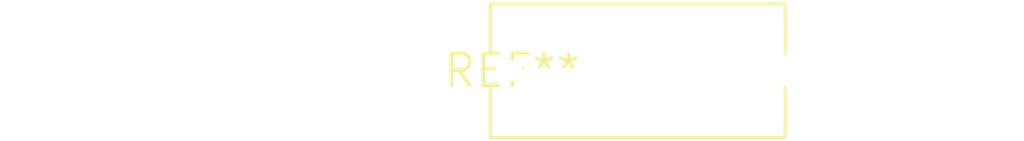
<source format=kicad_pcb>
(kicad_pcb (version 20240108) (generator pcbnew)
  (layers (0 "F.Cu" signal) (31 "B.Cu" signal) (34 "B.Paste" user) (35 "F.Paste" user) (36 "B.SilkS" user "B.Silkscreen") (37 "F.SilkS" user "F.Silkscreen") (38 "B.Mask" user) (39 "F.Mask" user) (44 "Edge.Cuts" user))
  (net 0 "")
  (footprint "C_Rect_L11.5mm_W5.1mm_P10.00mm_MKT" (layer "F.Cu") (at 0 0)
    (property "Reference" "REF**")
    (property "Value" "C_Rect_L11.5mm_W5.1mm_P10.00mm_MKT")
    (fp_line (start -0.87 -2.67) (end -0.87 -0.665) (layer "F.SilkS") (stroke (width 0.12)))
    (fp_line (start -0.87 -2.67) (end 10.87 -2.67) (layer "F.SilkS") (stroke (width 0.12)))
    (fp_line (start -0.87 0.665) (end -0.87 2.67) (layer "F.SilkS") (stroke (width 0.12)))
    (fp_line (start -0.87 2.67) (end 10.87 2.67) (layer "F.SilkS") (stroke (width 0.12)))
    (fp_line (start 10.87 -2.67) (end 10.87 -0.665) (layer "F.SilkS") (stroke (width 0.12)))
    (fp_line (start 10.87 0.665) (end 10.87 2.67) (layer "F.SilkS") (stroke (width 0.12)))
    (pad "1" thru_hole circle (at 0 0) (size 1.6 1.6) (drill 0.8) (layers *.Cu *.Mask) (remove_unused_layers))
    (pad "2" thru_hole circle (at 10 0) (size 1.6 1.6) (drill 0.8) (layers *.Cu *.Mask) (remove_unused_layers))
  )
)
</source>
